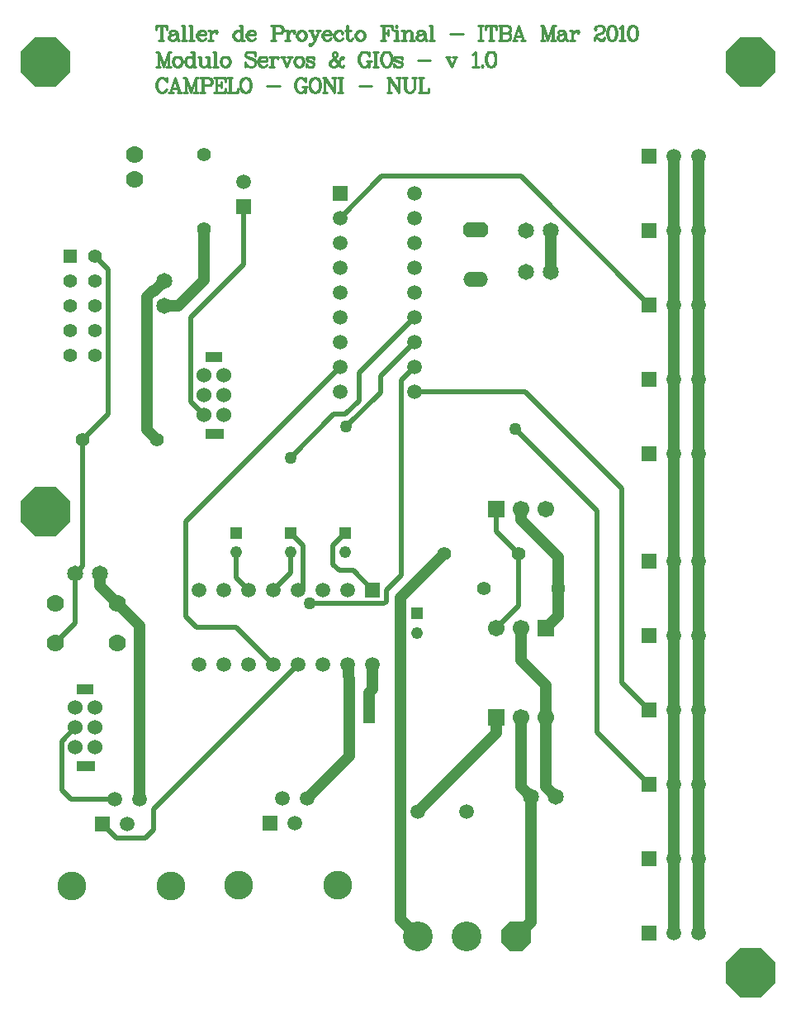
<source format=gtl>
%FSLAX23Y23*%
%MOIN*%
G70*
G01*
G75*
G04 Layer_Physical_Order=1*
G04 Layer_Color=255*
%ADD10C,0.020*%
%ADD11C,0.047*%
%ADD12C,0.010*%
%ADD13R,0.067X0.067*%
%ADD14C,0.067*%
%ADD15C,0.055*%
%ADD16C,0.059*%
%ADD17P,0.216X8X22.5*%
%ADD18C,0.070*%
%ADD19C,0.055*%
%ADD20R,0.055X0.055*%
G04:AMPARAMS|DCode=21|XSize=100mil|YSize=60mil|CornerRadius=0mil|HoleSize=0mil|Usage=FLASHONLY|Rotation=0.000|XOffset=0mil|YOffset=0mil|HoleType=Round|Shape=Octagon|*
%AMOCTAGOND21*
4,1,8,0.050,-0.015,0.050,0.015,0.035,0.030,-0.035,0.030,-0.050,0.015,-0.050,-0.015,-0.035,-0.030,0.035,-0.030,0.050,-0.015,0.0*
%
%ADD21OCTAGOND21*%

%ADD22O,0.100X0.060*%
%ADD23C,0.065*%
%ADD24R,0.049X0.049*%
%ADD25C,0.049*%
%ADD26R,0.049X0.049*%
%ADD27R,0.059X0.059*%
%ADD28C,0.116*%
%ADD29C,0.059*%
%ADD30C,0.060*%
%ADD31R,0.059X0.059*%
%ADD32R,0.059X0.059*%
%ADD33P,0.130X8X202.5*%
%ADD34C,0.120*%
%ADD35C,0.050*%
%ADD36R,0.075X0.040*%
%ADD37R,0.070X0.040*%
D10*
X2160Y2695D02*
Y2874D01*
X3017Y3344D02*
X3346Y3015D01*
Y2119D02*
Y3015D01*
Y2119D02*
X3555Y1910D01*
X2471Y3556D02*
X2610Y3695D01*
X2471Y3491D02*
Y3556D01*
X2332Y3352D02*
X2471Y3491D01*
X2384Y3569D02*
X2610Y3795D01*
X2384Y3457D02*
Y3569D01*
X2329Y3402D02*
X2384Y3457D01*
X2282Y3402D02*
X2329D01*
X2108Y3228D02*
X2282Y3402D01*
X1240Y2560D02*
Y2760D01*
X1160Y2480D02*
X1240Y2560D01*
X2110Y2765D02*
Y2846D01*
X2040Y2695D02*
X2110Y2765D01*
X1890Y2745D02*
Y2846D01*
Y2745D02*
X1940Y2695D01*
X2185Y2640D02*
X2487D01*
X2495Y2648D01*
Y2693D01*
X2555Y2753D01*
Y3540D01*
X2610Y3595D01*
X3030Y2630D02*
Y2840D01*
X2940Y2540D02*
X3030Y2630D01*
X2940Y2930D02*
Y3020D01*
Y2930D02*
X3030Y2840D01*
X3446Y2319D02*
X3555Y2210D01*
X3446Y2319D02*
Y3104D01*
X3055Y3495D02*
X3446Y3104D01*
X2610Y3495D02*
X3055D01*
X1555Y1810D02*
X2140Y2395D01*
X1555Y1728D02*
Y1810D01*
X1522Y1695D02*
X1555Y1728D01*
X1405Y1695D02*
X1522D01*
X1350Y1750D02*
X1405Y1695D01*
X3038Y4362D02*
X3555Y3845D01*
X2477Y4362D02*
X3038D01*
X2310Y4195D02*
X2477Y4362D01*
X1223Y1850D02*
X1400D01*
X1185Y1888D02*
X1223Y1850D01*
X1185Y1888D02*
Y2085D01*
X1240Y2140D01*
X1705Y3455D02*
X1760Y3400D01*
X1705Y3455D02*
Y3793D01*
X1920Y4008D01*
Y4240D01*
X2362Y2773D02*
X2440Y2695D01*
X2304Y2773D02*
X2362D01*
X2280Y2797D02*
X2304Y2773D01*
X2280Y2797D02*
Y2874D01*
X2330Y2924D01*
X1890Y2545D02*
X2040Y2395D01*
X1728Y2545D02*
X1890D01*
X1685Y2588D02*
X1728Y2545D01*
X1685Y2588D02*
Y2970D01*
X2310Y3595D01*
X2140Y2695D02*
X2160D01*
X2110Y2924D02*
X2160Y2874D01*
X1320Y4040D02*
X1373Y3987D01*
Y3403D02*
Y3987D01*
X1270Y3300D02*
X1373Y3403D01*
X1270Y2790D02*
Y3300D01*
X1240Y2760D02*
X1270Y2790D01*
D11*
X3140Y1900D02*
Y2180D01*
Y1900D02*
X3180Y1860D01*
X1340Y2710D02*
Y2760D01*
Y2710D02*
X1410Y2640D01*
X3080Y1355D02*
Y1860D01*
X3020Y1296D02*
X3080Y1355D01*
X3040Y1900D02*
Y2180D01*
Y1900D02*
X3080Y1860D01*
X1500Y1850D02*
Y2550D01*
X1410Y2640D02*
X1500Y2550D01*
X2346Y2180D02*
Y2325D01*
X2340Y2395D02*
X2346Y2325D01*
X1760Y3943D02*
Y4150D01*
X1657Y3840D02*
X1760Y3943D01*
X1600Y3840D02*
X1657D01*
X3160Y4017D02*
Y4145D01*
X3160Y3977D02*
X3160Y4017D01*
X3040Y2976D02*
Y3020D01*
Y2976D02*
X3190Y2826D01*
Y2700D02*
Y2826D01*
Y2590D02*
Y2700D01*
X3140Y2540D02*
X3190Y2590D01*
X2940Y2118D02*
Y2180D01*
X2622Y1800D02*
X2940Y2118D01*
X2175Y1852D02*
X2346Y2023D01*
Y2180D01*
X2553Y1363D02*
X2621Y1296D01*
X2553Y1363D02*
Y2663D01*
X2730Y2840D01*
X1529Y3341D02*
X1570Y3300D01*
X1529Y3341D02*
Y3877D01*
X1552Y3900D01*
X1560D01*
X1600Y3940D01*
X3655Y3245D02*
Y3545D01*
Y3845D01*
Y4145D02*
Y4445D01*
Y3845D02*
Y4145D01*
Y2810D02*
Y3245D01*
Y2510D02*
Y2810D01*
Y2210D02*
Y2510D01*
Y1910D02*
Y2210D01*
Y1610D02*
Y1910D01*
Y1310D02*
Y1610D01*
X3040Y2410D02*
Y2540D01*
Y2410D02*
X3140Y2310D01*
Y2180D02*
Y2310D01*
X2440Y2295D02*
Y2395D01*
X2424Y2279D02*
X2440Y2295D01*
X2424Y2180D02*
Y2279D01*
X3755Y1310D02*
Y1610D01*
Y2510D02*
Y2810D01*
Y2210D02*
Y2510D01*
Y1610D02*
Y1910D01*
Y2210D01*
Y3545D02*
Y3845D01*
Y2810D02*
Y3245D01*
Y3545D01*
Y3845D02*
Y4145D01*
Y4445D01*
D12*
X1605Y4751D02*
X1608Y4743D01*
Y4760D01*
X1605Y4751D01*
X1599Y4757D01*
X1591Y4760D01*
X1585D01*
X1576Y4757D01*
X1571Y4751D01*
X1568Y4746D01*
X1565Y4737D01*
Y4723D01*
X1568Y4714D01*
X1571Y4709D01*
X1576Y4703D01*
X1585Y4700D01*
X1591D01*
X1599Y4703D01*
X1605Y4709D01*
X1608Y4714D01*
X1585Y4760D02*
X1579Y4757D01*
X1574Y4751D01*
X1571Y4746D01*
X1568Y4737D01*
Y4723D01*
X1571Y4714D01*
X1574Y4709D01*
X1579Y4703D01*
X1585Y4700D01*
X1642Y4760D02*
X1622Y4700D01*
X1642Y4760D02*
X1662Y4700D01*
X1642Y4751D02*
X1659Y4700D01*
X1628Y4717D02*
X1654D01*
X1616Y4700D02*
X1634D01*
X1651D02*
X1668D01*
X1684Y4760D02*
Y4700D01*
X1687Y4760D02*
X1704Y4709D01*
X1684Y4760D02*
X1704Y4700D01*
X1724Y4760D02*
X1704Y4700D01*
X1724Y4760D02*
Y4700D01*
X1727Y4760D02*
Y4700D01*
X1676Y4760D02*
X1687D01*
X1724D02*
X1736D01*
X1676Y4700D02*
X1693D01*
X1716D02*
X1736D01*
X1751Y4760D02*
Y4700D01*
X1754Y4760D02*
Y4700D01*
X1742Y4760D02*
X1777D01*
X1785Y4757D01*
X1788Y4754D01*
X1791Y4749D01*
Y4740D01*
X1788Y4734D01*
X1785Y4731D01*
X1777Y4729D01*
X1754D01*
X1777Y4760D02*
X1782Y4757D01*
X1785Y4754D01*
X1788Y4749D01*
Y4740D01*
X1785Y4734D01*
X1782Y4731D01*
X1777Y4729D01*
X1742Y4700D02*
X1762D01*
X1808Y4760D02*
Y4700D01*
X1810Y4760D02*
Y4700D01*
X1828Y4743D02*
Y4720D01*
X1799Y4760D02*
X1845D01*
Y4743D01*
X1842Y4760D01*
X1810Y4731D02*
X1828D01*
X1799Y4700D02*
X1845D01*
Y4717D01*
X1842Y4700D01*
X1862Y4760D02*
Y4700D01*
X1864Y4760D02*
Y4700D01*
X1853Y4760D02*
X1873D01*
X1853Y4700D02*
X1896D01*
Y4717D01*
X1893Y4700D01*
X1924Y4760D02*
X1916Y4757D01*
X1910Y4751D01*
X1907Y4746D01*
X1904Y4734D01*
Y4726D01*
X1907Y4714D01*
X1910Y4709D01*
X1916Y4703D01*
X1924Y4700D01*
X1930D01*
X1939Y4703D01*
X1944Y4709D01*
X1947Y4714D01*
X1950Y4726D01*
Y4734D01*
X1947Y4746D01*
X1944Y4751D01*
X1939Y4757D01*
X1930Y4760D01*
X1924D01*
X1919Y4757D01*
X1913Y4751D01*
X1910Y4746D01*
X1907Y4734D01*
Y4726D01*
X1910Y4714D01*
X1913Y4709D01*
X1919Y4703D01*
X1924Y4700D01*
X1930D02*
X1936Y4703D01*
X1941Y4709D01*
X1944Y4714D01*
X1947Y4726D01*
Y4734D01*
X1944Y4746D01*
X1941Y4751D01*
X1936Y4757D01*
X1930Y4760D01*
X2012Y4726D02*
X2064D01*
X2165Y4751D02*
X2168Y4743D01*
Y4760D01*
X2165Y4751D01*
X2160Y4757D01*
X2151Y4760D01*
X2145D01*
X2137Y4757D01*
X2131Y4751D01*
X2128Y4746D01*
X2125Y4737D01*
Y4723D01*
X2128Y4714D01*
X2131Y4709D01*
X2137Y4703D01*
X2145Y4700D01*
X2151D01*
X2160Y4703D01*
X2165Y4709D01*
X2145Y4760D02*
X2140Y4757D01*
X2134Y4751D01*
X2131Y4746D01*
X2128Y4737D01*
Y4723D01*
X2131Y4714D01*
X2134Y4709D01*
X2140Y4703D01*
X2145Y4700D01*
X2165Y4723D02*
Y4700D01*
X2168Y4723D02*
Y4700D01*
X2157Y4723D02*
X2177D01*
X2205Y4760D02*
X2196Y4757D01*
X2190Y4751D01*
X2187Y4746D01*
X2185Y4734D01*
Y4726D01*
X2187Y4714D01*
X2190Y4709D01*
X2196Y4703D01*
X2205Y4700D01*
X2210D01*
X2219Y4703D01*
X2225Y4709D01*
X2227Y4714D01*
X2230Y4726D01*
Y4734D01*
X2227Y4746D01*
X2225Y4751D01*
X2219Y4757D01*
X2210Y4760D01*
X2205D01*
X2199Y4757D01*
X2193Y4751D01*
X2190Y4746D01*
X2187Y4734D01*
Y4726D01*
X2190Y4714D01*
X2193Y4709D01*
X2199Y4703D01*
X2205Y4700D01*
X2210D02*
X2216Y4703D01*
X2222Y4709D01*
X2225Y4714D01*
X2227Y4726D01*
Y4734D01*
X2225Y4746D01*
X2222Y4751D01*
X2216Y4757D01*
X2210Y4760D01*
X2247D02*
Y4700D01*
X2250Y4760D02*
X2284Y4706D01*
X2250Y4754D02*
X2284Y4700D01*
Y4760D02*
Y4700D01*
X2239Y4760D02*
X2250D01*
X2276D02*
X2293D01*
X2239Y4700D02*
X2256D01*
X2309Y4760D02*
Y4700D01*
X2312Y4760D02*
Y4700D01*
X2300Y4760D02*
X2320D01*
X2300Y4700D02*
X2320D01*
X2385Y4726D02*
X2437D01*
X2507Y4760D02*
Y4700D01*
X2510Y4760D02*
X2544Y4706D01*
X2510Y4754D02*
X2544Y4700D01*
Y4760D02*
Y4700D01*
X2498Y4760D02*
X2510D01*
X2535D02*
X2553D01*
X2498Y4700D02*
X2515D01*
X2568Y4760D02*
Y4717D01*
X2571Y4709D01*
X2577Y4703D01*
X2586Y4700D01*
X2591D01*
X2600Y4703D01*
X2606Y4709D01*
X2608Y4717D01*
Y4760D01*
X2571D02*
Y4717D01*
X2574Y4709D01*
X2580Y4703D01*
X2586Y4700D01*
X2560Y4760D02*
X2580D01*
X2600D02*
X2617D01*
X2633D02*
Y4700D01*
X2636Y4760D02*
Y4700D01*
X2624Y4760D02*
X2644D01*
X2624Y4700D02*
X2667D01*
Y4717D01*
X2664Y4700D01*
X1574Y4865D02*
Y4805D01*
X1576Y4865D02*
X1594Y4814D01*
X1574Y4865D02*
X1594Y4805D01*
X1614Y4865D02*
X1594Y4805D01*
X1614Y4865D02*
Y4805D01*
X1616Y4865D02*
Y4805D01*
X1565Y4865D02*
X1576D01*
X1614D02*
X1625D01*
X1565Y4805D02*
X1582D01*
X1605D02*
X1625D01*
X1649Y4845D02*
X1640Y4842D01*
X1635Y4836D01*
X1632Y4828D01*
Y4822D01*
X1635Y4814D01*
X1640Y4808D01*
X1649Y4805D01*
X1655D01*
X1663Y4808D01*
X1669Y4814D01*
X1672Y4822D01*
Y4828D01*
X1669Y4836D01*
X1663Y4842D01*
X1655Y4845D01*
X1649D01*
X1643Y4842D01*
X1638Y4836D01*
X1635Y4828D01*
Y4822D01*
X1638Y4814D01*
X1643Y4808D01*
X1649Y4805D01*
X1655D02*
X1660Y4808D01*
X1666Y4814D01*
X1669Y4822D01*
Y4828D01*
X1666Y4836D01*
X1660Y4842D01*
X1655Y4845D01*
X1715Y4865D02*
Y4805D01*
X1718Y4865D02*
Y4805D01*
X1715Y4836D02*
X1709Y4842D01*
X1704Y4845D01*
X1698D01*
X1689Y4842D01*
X1684Y4836D01*
X1681Y4828D01*
Y4822D01*
X1684Y4814D01*
X1689Y4808D01*
X1698Y4805D01*
X1704D01*
X1709Y4808D01*
X1715Y4814D01*
X1698Y4845D02*
X1692Y4842D01*
X1686Y4836D01*
X1684Y4828D01*
Y4822D01*
X1686Y4814D01*
X1692Y4808D01*
X1698Y4805D01*
X1706Y4865D02*
X1718D01*
X1715Y4805D02*
X1726D01*
X1743Y4845D02*
Y4814D01*
X1746Y4808D01*
X1755Y4805D01*
X1760D01*
X1769Y4808D01*
X1775Y4814D01*
X1746Y4845D02*
Y4814D01*
X1749Y4808D01*
X1755Y4805D01*
X1775Y4845D02*
Y4805D01*
X1778Y4845D02*
Y4805D01*
X1735Y4845D02*
X1746D01*
X1766D02*
X1778D01*
X1775Y4805D02*
X1786D01*
X1802Y4865D02*
Y4805D01*
X1805Y4865D02*
Y4805D01*
X1794Y4865D02*
X1805D01*
X1794Y4805D02*
X1814D01*
X1842Y4845D02*
X1833Y4842D01*
X1828Y4836D01*
X1825Y4828D01*
Y4822D01*
X1828Y4814D01*
X1833Y4808D01*
X1842Y4805D01*
X1848D01*
X1856Y4808D01*
X1862Y4814D01*
X1865Y4822D01*
Y4828D01*
X1862Y4836D01*
X1856Y4842D01*
X1848Y4845D01*
X1842D01*
X1836Y4842D01*
X1830Y4836D01*
X1828Y4828D01*
Y4822D01*
X1830Y4814D01*
X1836Y4808D01*
X1842Y4805D01*
X1848D02*
X1853Y4808D01*
X1859Y4814D01*
X1862Y4822D01*
Y4828D01*
X1859Y4836D01*
X1853Y4842D01*
X1848Y4845D01*
X1965Y4856D02*
X1967Y4865D01*
Y4848D01*
X1965Y4856D01*
X1959Y4862D01*
X1950Y4865D01*
X1942D01*
X1933Y4862D01*
X1927Y4856D01*
Y4851D01*
X1930Y4845D01*
X1933Y4842D01*
X1939Y4839D01*
X1956Y4834D01*
X1962Y4831D01*
X1967Y4825D01*
X1927Y4851D02*
X1933Y4845D01*
X1939Y4842D01*
X1956Y4836D01*
X1962Y4834D01*
X1965Y4831D01*
X1967Y4825D01*
Y4814D01*
X1962Y4808D01*
X1953Y4805D01*
X1945D01*
X1936Y4808D01*
X1930Y4814D01*
X1927Y4822D01*
Y4805D01*
X1930Y4814D01*
X1979Y4828D02*
X2013D01*
Y4834D01*
X2011Y4839D01*
X2008Y4842D01*
X2002Y4845D01*
X1993D01*
X1985Y4842D01*
X1979Y4836D01*
X1976Y4828D01*
Y4822D01*
X1979Y4814D01*
X1985Y4808D01*
X1993Y4805D01*
X1999D01*
X2008Y4808D01*
X2013Y4814D01*
X2011Y4828D02*
Y4836D01*
X2008Y4842D01*
X1993Y4845D02*
X1988Y4842D01*
X1982Y4836D01*
X1979Y4828D01*
Y4822D01*
X1982Y4814D01*
X1988Y4808D01*
X1993Y4805D01*
X2031Y4845D02*
Y4805D01*
X2034Y4845D02*
Y4805D01*
Y4828D02*
X2037Y4836D01*
X2043Y4842D01*
X2048Y4845D01*
X2057D01*
X2060Y4842D01*
Y4839D01*
X2057Y4836D01*
X2054Y4839D01*
X2057Y4842D01*
X2023Y4845D02*
X2034D01*
X2023Y4805D02*
X2043D01*
X2075Y4845D02*
X2092Y4805D01*
X2077Y4845D02*
X2092Y4811D01*
X2109Y4845D02*
X2092Y4805D01*
X2069Y4845D02*
X2086D01*
X2097D02*
X2115D01*
X2140D02*
X2131Y4842D01*
X2126Y4836D01*
X2123Y4828D01*
Y4822D01*
X2126Y4814D01*
X2131Y4808D01*
X2140Y4805D01*
X2146D01*
X2154Y4808D01*
X2160Y4814D01*
X2163Y4822D01*
Y4828D01*
X2160Y4836D01*
X2154Y4842D01*
X2146Y4845D01*
X2140D01*
X2134Y4842D01*
X2129Y4836D01*
X2126Y4828D01*
Y4822D01*
X2129Y4814D01*
X2134Y4808D01*
X2140Y4805D01*
X2146D02*
X2151Y4808D01*
X2157Y4814D01*
X2160Y4822D01*
Y4828D01*
X2157Y4836D01*
X2151Y4842D01*
X2146Y4845D01*
X2200Y4839D02*
X2203Y4845D01*
Y4834D01*
X2200Y4839D01*
X2197Y4842D01*
X2192Y4845D01*
X2180D01*
X2175Y4842D01*
X2172Y4839D01*
Y4834D01*
X2175Y4831D01*
X2180Y4828D01*
X2195Y4822D01*
X2200Y4819D01*
X2203Y4816D01*
X2172Y4836D02*
X2175Y4834D01*
X2180Y4831D01*
X2195Y4825D01*
X2200Y4822D01*
X2203Y4819D01*
Y4811D01*
X2200Y4808D01*
X2195Y4805D01*
X2183D01*
X2177Y4808D01*
X2175Y4811D01*
X2172Y4816D01*
Y4805D01*
X2175Y4811D01*
X2318Y4842D02*
X2315Y4839D01*
X2318Y4836D01*
X2321Y4839D01*
Y4842D01*
X2318Y4845D01*
X2315D01*
X2313Y4842D01*
X2310Y4836D01*
X2304Y4822D01*
X2298Y4814D01*
X2293Y4808D01*
X2287Y4805D01*
X2278D01*
X2270Y4808D01*
X2267Y4814D01*
Y4822D01*
X2270Y4828D01*
X2287Y4839D01*
X2293Y4845D01*
X2295Y4851D01*
Y4856D01*
X2293Y4862D01*
X2287Y4865D01*
X2281Y4862D01*
X2278Y4856D01*
Y4851D01*
X2281Y4842D01*
X2287Y4834D01*
X2301Y4814D01*
X2307Y4808D01*
X2315Y4805D01*
X2318D01*
X2321Y4808D01*
Y4811D01*
X2278Y4805D02*
X2273Y4808D01*
X2270Y4814D01*
Y4822D01*
X2273Y4828D01*
X2278Y4834D01*
Y4851D02*
X2281Y4845D01*
X2304Y4814D01*
X2310Y4808D01*
X2315Y4805D01*
X2423Y4856D02*
X2425Y4848D01*
Y4865D01*
X2423Y4856D01*
X2417Y4862D01*
X2408Y4865D01*
X2403D01*
X2394Y4862D01*
X2388Y4856D01*
X2385Y4851D01*
X2383Y4842D01*
Y4828D01*
X2385Y4819D01*
X2388Y4814D01*
X2394Y4808D01*
X2403Y4805D01*
X2408D01*
X2417Y4808D01*
X2423Y4814D01*
X2403Y4865D02*
X2397Y4862D01*
X2391Y4856D01*
X2388Y4851D01*
X2385Y4842D01*
Y4828D01*
X2388Y4819D01*
X2391Y4814D01*
X2397Y4808D01*
X2403Y4805D01*
X2423Y4828D02*
Y4805D01*
X2425Y4828D02*
Y4805D01*
X2414Y4828D02*
X2434D01*
X2450Y4865D02*
Y4805D01*
X2453Y4865D02*
Y4805D01*
X2442Y4865D02*
X2462D01*
X2442Y4805D02*
X2462D01*
X2493Y4865D02*
X2484Y4862D01*
X2478Y4856D01*
X2475Y4851D01*
X2473Y4839D01*
Y4831D01*
X2475Y4819D01*
X2478Y4814D01*
X2484Y4808D01*
X2493Y4805D01*
X2498D01*
X2507Y4808D01*
X2513Y4814D01*
X2515Y4819D01*
X2518Y4831D01*
Y4839D01*
X2515Y4851D01*
X2513Y4856D01*
X2507Y4862D01*
X2498Y4865D01*
X2493D01*
X2487Y4862D01*
X2481Y4856D01*
X2478Y4851D01*
X2475Y4839D01*
Y4831D01*
X2478Y4819D01*
X2481Y4814D01*
X2487Y4808D01*
X2493Y4805D01*
X2498D02*
X2504Y4808D01*
X2510Y4814D01*
X2513Y4819D01*
X2515Y4831D01*
Y4839D01*
X2513Y4851D01*
X2510Y4856D01*
X2504Y4862D01*
X2498Y4865D01*
X2555Y4839D02*
X2558Y4845D01*
Y4834D01*
X2555Y4839D01*
X2552Y4842D01*
X2547Y4845D01*
X2535D01*
X2529Y4842D01*
X2527Y4839D01*
Y4834D01*
X2529Y4831D01*
X2535Y4828D01*
X2549Y4822D01*
X2555Y4819D01*
X2558Y4816D01*
X2527Y4836D02*
X2529Y4834D01*
X2535Y4831D01*
X2549Y4825D01*
X2555Y4822D01*
X2558Y4819D01*
Y4811D01*
X2555Y4808D01*
X2549Y4805D01*
X2538D01*
X2532Y4808D01*
X2529Y4811D01*
X2527Y4816D01*
Y4805D01*
X2529Y4811D01*
X2622Y4831D02*
X2673D01*
X2740Y4845D02*
X2758Y4805D01*
X2743Y4845D02*
X2758Y4811D01*
X2775Y4845D02*
X2758Y4805D01*
X2735Y4845D02*
X2752D01*
X2763D02*
X2780D01*
X2843Y4854D02*
X2848Y4856D01*
X2857Y4865D01*
Y4805D01*
X2854Y4862D02*
Y4805D01*
X2843D02*
X2868D01*
X2882Y4811D02*
X2879Y4808D01*
X2882Y4805D01*
X2884Y4808D01*
X2882Y4811D01*
X2914Y4865D02*
X2905Y4862D01*
X2900Y4854D01*
X2897Y4839D01*
Y4831D01*
X2900Y4816D01*
X2905Y4808D01*
X2914Y4805D01*
X2920D01*
X2928Y4808D01*
X2934Y4816D01*
X2937Y4831D01*
Y4839D01*
X2934Y4854D01*
X2928Y4862D01*
X2920Y4865D01*
X2914D01*
X2908Y4862D01*
X2905Y4859D01*
X2902Y4854D01*
X2900Y4839D01*
Y4831D01*
X2902Y4816D01*
X2905Y4811D01*
X2908Y4808D01*
X2914Y4805D01*
X2920D02*
X2925Y4808D01*
X2928Y4811D01*
X2931Y4816D01*
X2934Y4831D01*
Y4839D01*
X2931Y4854D01*
X2928Y4859D01*
X2925Y4862D01*
X2920Y4865D01*
X1585Y4970D02*
Y4910D01*
X1588Y4970D02*
Y4910D01*
X1568Y4970D02*
X1565Y4953D01*
Y4970D01*
X1608D01*
Y4953D01*
X1605Y4970D01*
X1576Y4910D02*
X1596D01*
X1622Y4944D02*
Y4941D01*
X1619D01*
Y4944D01*
X1622Y4947D01*
X1628Y4950D01*
X1639D01*
X1645Y4947D01*
X1648Y4944D01*
X1651Y4939D01*
Y4919D01*
X1654Y4913D01*
X1656Y4910D01*
X1648Y4944D02*
Y4919D01*
X1651Y4913D01*
X1656Y4910D01*
X1659D01*
X1648Y4939D02*
X1645Y4936D01*
X1628Y4933D01*
X1619Y4930D01*
X1616Y4924D01*
Y4919D01*
X1619Y4913D01*
X1628Y4910D01*
X1636D01*
X1642Y4913D01*
X1648Y4919D01*
X1628Y4933D02*
X1622Y4930D01*
X1619Y4924D01*
Y4919D01*
X1622Y4913D01*
X1628Y4910D01*
X1676Y4970D02*
Y4910D01*
X1679Y4970D02*
Y4910D01*
X1668Y4970D02*
X1679D01*
X1668Y4910D02*
X1688D01*
X1707Y4970D02*
Y4910D01*
X1710Y4970D02*
Y4910D01*
X1699Y4970D02*
X1710D01*
X1699Y4910D02*
X1719D01*
X1732Y4933D02*
X1767D01*
Y4939D01*
X1764Y4944D01*
X1761Y4947D01*
X1755Y4950D01*
X1747D01*
X1738Y4947D01*
X1732Y4941D01*
X1730Y4933D01*
Y4927D01*
X1732Y4919D01*
X1738Y4913D01*
X1747Y4910D01*
X1752D01*
X1761Y4913D01*
X1767Y4919D01*
X1764Y4933D02*
Y4941D01*
X1761Y4947D01*
X1747Y4950D02*
X1741Y4947D01*
X1735Y4941D01*
X1732Y4933D01*
Y4927D01*
X1735Y4919D01*
X1741Y4913D01*
X1747Y4910D01*
X1784Y4950D02*
Y4910D01*
X1787Y4950D02*
Y4910D01*
Y4933D02*
X1790Y4941D01*
X1796Y4947D01*
X1802Y4950D01*
X1810D01*
X1813Y4947D01*
Y4944D01*
X1810Y4941D01*
X1807Y4944D01*
X1810Y4947D01*
X1776Y4950D02*
X1787D01*
X1776Y4910D02*
X1796D01*
X1910Y4970D02*
Y4910D01*
X1913Y4970D02*
Y4910D01*
X1910Y4941D02*
X1905Y4947D01*
X1899Y4950D01*
X1893D01*
X1885Y4947D01*
X1879Y4941D01*
X1876Y4933D01*
Y4927D01*
X1879Y4919D01*
X1885Y4913D01*
X1893Y4910D01*
X1899D01*
X1905Y4913D01*
X1910Y4919D01*
X1893Y4950D02*
X1888Y4947D01*
X1882Y4941D01*
X1879Y4933D01*
Y4927D01*
X1882Y4919D01*
X1888Y4913D01*
X1893Y4910D01*
X1902Y4970D02*
X1913D01*
X1910Y4910D02*
X1922D01*
X1933Y4933D02*
X1967D01*
Y4939D01*
X1964Y4944D01*
X1961Y4947D01*
X1956Y4950D01*
X1947D01*
X1939Y4947D01*
X1933Y4941D01*
X1930Y4933D01*
Y4927D01*
X1933Y4919D01*
X1939Y4913D01*
X1947Y4910D01*
X1953D01*
X1961Y4913D01*
X1967Y4919D01*
X1964Y4933D02*
Y4941D01*
X1961Y4947D01*
X1947Y4950D02*
X1941Y4947D01*
X1936Y4941D01*
X1933Y4933D01*
Y4927D01*
X1936Y4919D01*
X1941Y4913D01*
X1947Y4910D01*
X2039Y4970D02*
Y4910D01*
X2042Y4970D02*
Y4910D01*
X2030Y4970D02*
X2065D01*
X2073Y4967D01*
X2076Y4964D01*
X2079Y4959D01*
Y4950D01*
X2076Y4944D01*
X2073Y4941D01*
X2065Y4939D01*
X2042D01*
X2065Y4970D02*
X2070Y4967D01*
X2073Y4964D01*
X2076Y4959D01*
Y4950D01*
X2073Y4944D01*
X2070Y4941D01*
X2065Y4939D01*
X2030Y4910D02*
X2050D01*
X2095Y4950D02*
Y4910D01*
X2098Y4950D02*
Y4910D01*
Y4933D02*
X2101Y4941D01*
X2107Y4947D01*
X2113Y4950D01*
X2121D01*
X2124Y4947D01*
Y4944D01*
X2121Y4941D01*
X2118Y4944D01*
X2121Y4947D01*
X2087Y4950D02*
X2098D01*
X2087Y4910D02*
X2107D01*
X2150Y4950D02*
X2142Y4947D01*
X2136Y4941D01*
X2133Y4933D01*
Y4927D01*
X2136Y4919D01*
X2142Y4913D01*
X2150Y4910D01*
X2156D01*
X2165Y4913D01*
X2170Y4919D01*
X2173Y4927D01*
Y4933D01*
X2170Y4941D01*
X2165Y4947D01*
X2156Y4950D01*
X2150D01*
X2145Y4947D01*
X2139Y4941D01*
X2136Y4933D01*
Y4927D01*
X2139Y4919D01*
X2145Y4913D01*
X2150Y4910D01*
X2156D02*
X2162Y4913D01*
X2167Y4919D01*
X2170Y4927D01*
Y4933D01*
X2167Y4941D01*
X2162Y4947D01*
X2156Y4950D01*
X2188D02*
X2205Y4910D01*
X2191Y4950D02*
X2205Y4916D01*
X2222Y4950D02*
X2205Y4910D01*
X2199Y4899D01*
X2193Y4893D01*
X2188Y4890D01*
X2185D01*
X2182Y4893D01*
X2185Y4896D01*
X2188Y4893D01*
X2182Y4950D02*
X2199D01*
X2211D02*
X2228D01*
X2239Y4933D02*
X2273D01*
Y4939D01*
X2270Y4944D01*
X2267Y4947D01*
X2262Y4950D01*
X2253D01*
X2245Y4947D01*
X2239Y4941D01*
X2236Y4933D01*
Y4927D01*
X2239Y4919D01*
X2245Y4913D01*
X2253Y4910D01*
X2259D01*
X2267Y4913D01*
X2273Y4919D01*
X2270Y4933D02*
Y4941D01*
X2267Y4947D01*
X2253Y4950D02*
X2247Y4947D01*
X2242Y4941D01*
X2239Y4933D01*
Y4927D01*
X2242Y4919D01*
X2247Y4913D01*
X2253Y4910D01*
X2317Y4941D02*
X2314Y4939D01*
X2317Y4936D01*
X2319Y4939D01*
Y4941D01*
X2314Y4947D01*
X2308Y4950D01*
X2299D01*
X2291Y4947D01*
X2285Y4941D01*
X2282Y4933D01*
Y4927D01*
X2285Y4919D01*
X2291Y4913D01*
X2299Y4910D01*
X2305D01*
X2314Y4913D01*
X2319Y4919D01*
X2299Y4950D02*
X2294Y4947D01*
X2288Y4941D01*
X2285Y4933D01*
Y4927D01*
X2288Y4919D01*
X2294Y4913D01*
X2299Y4910D01*
X2346D02*
X2343Y4913D01*
X2340Y4921D01*
Y4970D01*
X2337D01*
Y4921D01*
X2340Y4913D01*
X2346Y4910D01*
X2351D01*
X2357Y4913D01*
X2360Y4919D01*
X2329Y4950D02*
X2351D01*
X2387D02*
X2378Y4947D01*
X2373Y4941D01*
X2370Y4933D01*
Y4927D01*
X2373Y4919D01*
X2378Y4913D01*
X2387Y4910D01*
X2393D01*
X2401Y4913D01*
X2407Y4919D01*
X2410Y4927D01*
Y4933D01*
X2407Y4941D01*
X2401Y4947D01*
X2393Y4950D01*
X2387D01*
X2381Y4947D01*
X2375Y4941D01*
X2373Y4933D01*
Y4927D01*
X2375Y4919D01*
X2381Y4913D01*
X2387Y4910D01*
X2393D02*
X2398Y4913D01*
X2404Y4919D01*
X2407Y4927D01*
Y4933D01*
X2404Y4941D01*
X2398Y4947D01*
X2393Y4950D01*
X2481Y4970D02*
Y4910D01*
X2484Y4970D02*
Y4910D01*
X2501Y4953D02*
Y4930D01*
X2473Y4970D02*
X2518D01*
Y4953D01*
X2515Y4970D01*
X2484Y4941D02*
X2501D01*
X2473Y4910D02*
X2493D01*
X2535Y4970D02*
X2532Y4967D01*
X2535Y4964D01*
X2538Y4967D01*
X2535Y4970D01*
Y4950D02*
Y4910D01*
X2538Y4950D02*
Y4910D01*
X2527Y4950D02*
X2538D01*
X2527Y4910D02*
X2547D01*
X2566Y4950D02*
Y4910D01*
X2569Y4950D02*
Y4910D01*
Y4941D02*
X2574Y4947D01*
X2583Y4950D01*
X2589D01*
X2597Y4947D01*
X2600Y4941D01*
Y4910D01*
X2589Y4950D02*
X2594Y4947D01*
X2597Y4941D01*
Y4910D01*
X2557Y4950D02*
X2569D01*
X2557Y4910D02*
X2577D01*
X2589D02*
X2609D01*
X2622Y4944D02*
Y4941D01*
X2619D01*
Y4944D01*
X2622Y4947D01*
X2628Y4950D01*
X2639D01*
X2645Y4947D01*
X2648Y4944D01*
X2651Y4939D01*
Y4919D01*
X2654Y4913D01*
X2656Y4910D01*
X2648Y4944D02*
Y4919D01*
X2651Y4913D01*
X2656Y4910D01*
X2659D01*
X2648Y4939D02*
X2645Y4936D01*
X2628Y4933D01*
X2619Y4930D01*
X2616Y4924D01*
Y4919D01*
X2619Y4913D01*
X2628Y4910D01*
X2636D01*
X2642Y4913D01*
X2648Y4919D01*
X2628Y4933D02*
X2622Y4930D01*
X2619Y4924D01*
Y4919D01*
X2622Y4913D01*
X2628Y4910D01*
X2676Y4970D02*
Y4910D01*
X2679Y4970D02*
Y4910D01*
X2668Y4970D02*
X2679D01*
X2668Y4910D02*
X2688D01*
X2753Y4936D02*
X2804D01*
X2874Y4970D02*
Y4910D01*
X2877Y4970D02*
Y4910D01*
X2866Y4970D02*
X2886D01*
X2866Y4910D02*
X2886D01*
X2917Y4970D02*
Y4910D01*
X2920Y4970D02*
Y4910D01*
X2900Y4970D02*
X2897Y4953D01*
Y4970D01*
X2940D01*
Y4953D01*
X2937Y4970D01*
X2908Y4910D02*
X2928D01*
X2957Y4970D02*
Y4910D01*
X2960Y4970D02*
Y4910D01*
X2948Y4970D02*
X2982D01*
X2991Y4967D01*
X2994Y4964D01*
X2997Y4959D01*
Y4953D01*
X2994Y4947D01*
X2991Y4944D01*
X2982Y4941D01*
Y4970D02*
X2988Y4967D01*
X2991Y4964D01*
X2994Y4959D01*
Y4953D01*
X2991Y4947D01*
X2988Y4944D01*
X2982Y4941D01*
X2960D02*
X2982D01*
X2991Y4939D01*
X2994Y4936D01*
X2997Y4930D01*
Y4921D01*
X2994Y4916D01*
X2991Y4913D01*
X2982Y4910D01*
X2948D01*
X2982Y4941D02*
X2988Y4939D01*
X2991Y4936D01*
X2994Y4930D01*
Y4921D01*
X2991Y4916D01*
X2988Y4913D01*
X2982Y4910D01*
X3030Y4970D02*
X3010Y4910D01*
X3030Y4970D02*
X3050Y4910D01*
X3030Y4961D02*
X3048Y4910D01*
X3016Y4927D02*
X3042D01*
X3005Y4910D02*
X3022D01*
X3039D02*
X3056D01*
X3126Y4970D02*
Y4910D01*
X3129Y4970D02*
X3146Y4919D01*
X3126Y4970D02*
X3146Y4910D01*
X3166Y4970D02*
X3146Y4910D01*
X3166Y4970D02*
Y4910D01*
X3169Y4970D02*
Y4910D01*
X3118Y4970D02*
X3129D01*
X3166D02*
X3178D01*
X3118Y4910D02*
X3135D01*
X3158D02*
X3178D01*
X3190Y4944D02*
Y4941D01*
X3188D01*
Y4944D01*
X3190Y4947D01*
X3196Y4950D01*
X3208D01*
X3213Y4947D01*
X3216Y4944D01*
X3219Y4939D01*
Y4919D01*
X3222Y4913D01*
X3225Y4910D01*
X3216Y4944D02*
Y4919D01*
X3219Y4913D01*
X3225Y4910D01*
X3228D01*
X3216Y4939D02*
X3213Y4936D01*
X3196Y4933D01*
X3188Y4930D01*
X3185Y4924D01*
Y4919D01*
X3188Y4913D01*
X3196Y4910D01*
X3205D01*
X3210Y4913D01*
X3216Y4919D01*
X3196Y4933D02*
X3190Y4930D01*
X3188Y4924D01*
Y4919D01*
X3190Y4913D01*
X3196Y4910D01*
X3245Y4950D02*
Y4910D01*
X3247Y4950D02*
Y4910D01*
Y4933D02*
X3250Y4941D01*
X3256Y4947D01*
X3262Y4950D01*
X3270D01*
X3273Y4947D01*
Y4944D01*
X3270Y4941D01*
X3267Y4944D01*
X3270Y4947D01*
X3236Y4950D02*
X3247D01*
X3236Y4910D02*
X3256D01*
X3339Y4959D02*
X3342Y4956D01*
X3339Y4953D01*
X3336Y4956D01*
Y4959D01*
X3339Y4964D01*
X3342Y4967D01*
X3351Y4970D01*
X3362D01*
X3371Y4967D01*
X3373Y4964D01*
X3376Y4959D01*
Y4953D01*
X3373Y4947D01*
X3365Y4941D01*
X3351Y4936D01*
X3345Y4933D01*
X3339Y4927D01*
X3336Y4919D01*
Y4910D01*
X3362Y4970D02*
X3368Y4967D01*
X3371Y4964D01*
X3373Y4959D01*
Y4953D01*
X3371Y4947D01*
X3362Y4941D01*
X3351Y4936D01*
X3336Y4916D02*
X3339Y4919D01*
X3345D01*
X3359Y4913D01*
X3368D01*
X3373Y4916D01*
X3376Y4919D01*
Y4924D01*
X3345Y4919D02*
X3359Y4910D01*
X3371D01*
X3373Y4913D01*
X3376Y4919D01*
X3402Y4970D02*
X3394Y4967D01*
X3388Y4959D01*
X3385Y4944D01*
Y4936D01*
X3388Y4921D01*
X3394Y4913D01*
X3402Y4910D01*
X3408D01*
X3417Y4913D01*
X3422Y4921D01*
X3425Y4936D01*
Y4944D01*
X3422Y4959D01*
X3417Y4967D01*
X3408Y4970D01*
X3402D01*
X3397Y4967D01*
X3394Y4964D01*
X3391Y4959D01*
X3388Y4944D01*
Y4936D01*
X3391Y4921D01*
X3394Y4916D01*
X3397Y4913D01*
X3402Y4910D01*
X3408D02*
X3414Y4913D01*
X3417Y4916D01*
X3419Y4921D01*
X3422Y4936D01*
Y4944D01*
X3419Y4959D01*
X3417Y4964D01*
X3414Y4967D01*
X3408Y4970D01*
X3434Y4959D02*
X3440Y4961D01*
X3448Y4970D01*
Y4910D01*
X3445Y4967D02*
Y4910D01*
X3434D02*
X3460D01*
X3487Y4970D02*
X3479Y4967D01*
X3473Y4959D01*
X3470Y4944D01*
Y4936D01*
X3473Y4921D01*
X3479Y4913D01*
X3487Y4910D01*
X3493D01*
X3501Y4913D01*
X3507Y4921D01*
X3510Y4936D01*
Y4944D01*
X3507Y4959D01*
X3501Y4967D01*
X3493Y4970D01*
X3487D01*
X3481Y4967D01*
X3479Y4964D01*
X3476Y4959D01*
X3473Y4944D01*
Y4936D01*
X3476Y4921D01*
X3479Y4916D01*
X3481Y4913D01*
X3487Y4910D01*
X3493D02*
X3499Y4913D01*
X3501Y4916D01*
X3504Y4921D01*
X3507Y4936D01*
Y4944D01*
X3504Y4959D01*
X3501Y4964D01*
X3499Y4967D01*
X3493Y4970D01*
D13*
X2940Y2180D02*
D03*
X3140Y2540D02*
D03*
X2940Y3020D02*
D03*
D14*
X3040Y2180D02*
D03*
X3140D02*
D03*
X3040Y2540D02*
D03*
X2940D02*
D03*
X3040Y3020D02*
D03*
X3140D02*
D03*
D15*
X3030Y2840D02*
D03*
X2730D02*
D03*
X3190Y2700D02*
D03*
X2890D02*
D03*
X1760Y4150D02*
D03*
Y4450D02*
D03*
X1570Y3300D02*
D03*
X1270D02*
D03*
D16*
X2622Y1800D02*
D03*
X2818D02*
D03*
X2610Y3495D02*
D03*
Y3595D02*
D03*
Y3695D02*
D03*
Y3795D02*
D03*
Y3895D02*
D03*
Y3995D02*
D03*
Y4095D02*
D03*
Y4195D02*
D03*
Y4295D02*
D03*
X2310Y3495D02*
D03*
Y3595D02*
D03*
Y3695D02*
D03*
Y3795D02*
D03*
Y3895D02*
D03*
Y3995D02*
D03*
Y4095D02*
D03*
Y4195D02*
D03*
X1740Y2395D02*
D03*
X1840D02*
D03*
X1940D02*
D03*
X2040D02*
D03*
X2140D02*
D03*
X2240D02*
D03*
X2340D02*
D03*
X2440D02*
D03*
X1740Y2695D02*
D03*
X1840D02*
D03*
X1940D02*
D03*
X2040D02*
D03*
X2140D02*
D03*
X2240D02*
D03*
X2340D02*
D03*
X1920Y4340D02*
D03*
X3755Y4445D02*
D03*
X3655D02*
D03*
X3755Y4145D02*
D03*
X3655D02*
D03*
X3755Y3845D02*
D03*
X3655D02*
D03*
X3755Y3545D02*
D03*
X3655D02*
D03*
X3755Y3245D02*
D03*
X3655D02*
D03*
X3755Y2810D02*
D03*
X3655D02*
D03*
X3755Y2510D02*
D03*
X3655D02*
D03*
X3755Y2210D02*
D03*
X3655D02*
D03*
X3755Y1910D02*
D03*
X3655D02*
D03*
X3755Y1610D02*
D03*
X3655D02*
D03*
X3755Y1310D02*
D03*
X3655D02*
D03*
D17*
X3965Y1150D02*
D03*
X1120Y3010D02*
D03*
Y4825D02*
D03*
X3965D02*
D03*
D18*
X1160Y2640D02*
D03*
X1410D02*
D03*
X1160Y2480D02*
D03*
X1410D02*
D03*
X1480Y4450D02*
D03*
Y4350D02*
D03*
D19*
X1320Y3640D02*
D03*
Y3740D02*
D03*
Y3840D02*
D03*
Y3940D02*
D03*
Y4040D02*
D03*
X1220Y3640D02*
D03*
Y3740D02*
D03*
Y3840D02*
D03*
Y3940D02*
D03*
D20*
Y4040D02*
D03*
D21*
X2855Y4147D02*
D03*
D22*
Y3947D02*
D03*
D23*
X1600Y3940D02*
D03*
Y3840D02*
D03*
X3060Y4145D02*
D03*
X3160D02*
D03*
X3060Y3977D02*
D03*
X3160D02*
D03*
X3180Y1860D02*
D03*
X3080D02*
D03*
X1240Y2760D02*
D03*
X1340D02*
D03*
D24*
X2330Y2924D02*
D03*
X2620Y2599D02*
D03*
X2110Y2924D02*
D03*
X1890D02*
D03*
D25*
X2330Y2846D02*
D03*
X2620Y2521D02*
D03*
X2110Y2846D02*
D03*
X2346Y2180D02*
D03*
X1890Y2846D02*
D03*
D26*
X2424Y2180D02*
D03*
D27*
X1350Y1750D02*
D03*
X2025Y1752D02*
D03*
D28*
X1625Y1500D02*
D03*
X1225D02*
D03*
X2300Y1502D02*
D03*
X1900D02*
D03*
D29*
X1450Y1750D02*
D03*
X1400Y1850D02*
D03*
X1500D02*
D03*
X2125Y1752D02*
D03*
X2075Y1852D02*
D03*
X2175D02*
D03*
D30*
X1240Y2220D02*
D03*
X1320D02*
D03*
X1240Y2060D02*
D03*
X1320D02*
D03*
Y2140D02*
D03*
X1240D02*
D03*
X1760Y3560D02*
D03*
X1840D02*
D03*
X1760Y3400D02*
D03*
X1840D02*
D03*
Y3480D02*
D03*
X1760D02*
D03*
D31*
X2310Y4295D02*
D03*
X3555Y4445D02*
D03*
Y4145D02*
D03*
Y3845D02*
D03*
Y3545D02*
D03*
Y3245D02*
D03*
Y2810D02*
D03*
Y2510D02*
D03*
Y2210D02*
D03*
Y1910D02*
D03*
Y1610D02*
D03*
Y1310D02*
D03*
D32*
X2440Y2695D02*
D03*
X1920Y4240D02*
D03*
D33*
X3020Y1296D02*
D03*
D34*
X2820D02*
D03*
X2621D02*
D03*
D35*
X3017Y3344D02*
D03*
X2332Y3352D02*
D03*
X2108Y3228D02*
D03*
X2185Y2640D02*
D03*
D36*
X1283Y1985D02*
D03*
X1803Y3325D02*
D03*
D37*
X1280Y2295D02*
D03*
X1800Y3635D02*
D03*
M02*

</source>
